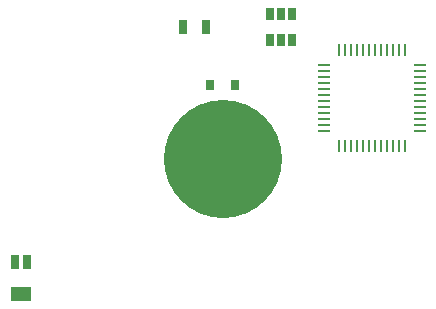
<source format=gbp>
G04 #@! TF.GenerationSoftware,KiCad,Pcbnew,5.1.7-a382d34a8~88~ubuntu18.04.1*
G04 #@! TF.CreationDate,2021-11-19T23:21:26+05:30*
G04 #@! TF.ProjectId,FrontEnd_HeavyDevice_v2,46726f6e-7445-46e6-945f-486561767944,rev?*
G04 #@! TF.SameCoordinates,Original*
G04 #@! TF.FileFunction,Paste,Bot*
G04 #@! TF.FilePolarity,Positive*
%FSLAX46Y46*%
G04 Gerber Fmt 4.6, Leading zero omitted, Abs format (unit mm)*
G04 Created by KiCad (PCBNEW 5.1.7-a382d34a8~88~ubuntu18.04.1) date 2021-11-19 23:21:26*
%MOMM*%
%LPD*%
G01*
G04 APERTURE LIST*
%ADD10R,0.740000X1.250000*%
%ADD11R,1.800000X1.250000*%
%ADD12R,1.000000X0.230000*%
%ADD13R,0.230000X1.000000*%
%ADD14R,0.700000X1.300000*%
%ADD15R,0.800000X0.900000*%
%ADD16C,10.000000*%
%ADD17R,0.650000X1.060000*%
G04 APERTURE END LIST*
D10*
X97999100Y-108150000D03*
D11*
X98529100Y-110900000D03*
D10*
X99059100Y-108150000D03*
D12*
X132304000Y-96530200D03*
D13*
X131034000Y-90180200D03*
X130526000Y-90180200D03*
X130018000Y-90180200D03*
X129510000Y-90180200D03*
X129002000Y-90180200D03*
X128494000Y-90180200D03*
X127986000Y-90180200D03*
X127478000Y-90180200D03*
X126970000Y-90180200D03*
X126462000Y-90180200D03*
X125954000Y-90180200D03*
X125446000Y-90180200D03*
D12*
X124176000Y-91450200D03*
X124176000Y-91958200D03*
X124176000Y-92974200D03*
X124176000Y-93482200D03*
X124176000Y-93990200D03*
X124176000Y-94498200D03*
X124176000Y-95006200D03*
X124176000Y-95514200D03*
X124176000Y-96022200D03*
X124176000Y-96530200D03*
X124176000Y-97038200D03*
D13*
X125954000Y-98308200D03*
X126462000Y-98308200D03*
X126970000Y-98308200D03*
X127478000Y-98308200D03*
X127986000Y-98308200D03*
X128494000Y-98308200D03*
X129002000Y-98308200D03*
X129510000Y-98308200D03*
X130018000Y-98308200D03*
X130526000Y-98308200D03*
X131034000Y-98308200D03*
D12*
X132304000Y-97038200D03*
X132304000Y-96022200D03*
X132304000Y-95514200D03*
X132304000Y-95006200D03*
X132304000Y-94498200D03*
X132304000Y-93990200D03*
X132304000Y-93482200D03*
X132304000Y-92974200D03*
X132304000Y-92466200D03*
X132304000Y-91958200D03*
X132304000Y-91450200D03*
D13*
X125446000Y-98308200D03*
D12*
X124176000Y-92466200D03*
D14*
X114170000Y-88240000D03*
X112270000Y-88240000D03*
D15*
X114540000Y-93179900D03*
X116640000Y-93179900D03*
D16*
X115650000Y-99450000D03*
D17*
X121500000Y-89340000D03*
X120550000Y-89340000D03*
X119600000Y-89340000D03*
X119600000Y-87140000D03*
X121500000Y-87140000D03*
X120550000Y-87140000D03*
M02*

</source>
